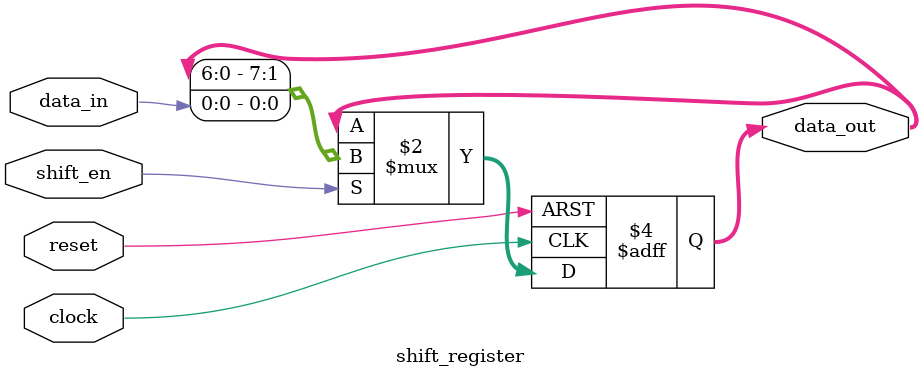
<source format=sv>
`timescale 1ns / 1ps



module shift_register #(parameter N = 8) 
(
    input clock, reset, shift_en,
    input data_in,
    output reg [N-1:0] data_out
);
    always @(posedge clock or posedge reset) begin
        if (reset)
            data_out <= 0;
        else if (shift_en)
            data_out <= {data_out[N-2:0], data_in};
    end
endmodule



</source>
